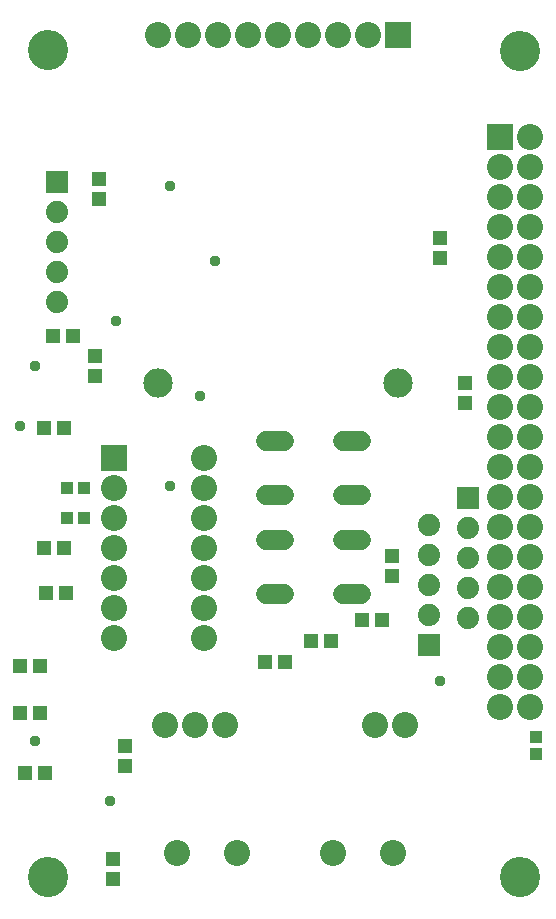
<source format=gbr>
G04 EAGLE Gerber RS-274X export*
G75*
%MOMM*%
%FSLAX34Y34*%
%LPD*%
%INSoldermask Top*%
%IPPOS*%
%AMOC8*
5,1,8,0,0,1.08239X$1,22.5*%
G01*
%ADD10R,1.303200X1.203200*%
%ADD11C,2.203200*%
%ADD12R,1.003200X1.003200*%
%ADD13R,1.203200X1.303200*%
%ADD14C,3.403200*%
%ADD15C,1.727200*%
%ADD16R,1.879600X1.879600*%
%ADD17C,1.879600*%
%ADD18R,2.203200X2.203200*%
%ADD19C,2.489200*%
%ADD20C,0.959600*%


D10*
X104140Y65650D03*
X104140Y48650D03*
D11*
X290619Y70100D03*
X341419Y70100D03*
X158521Y70100D03*
X209321Y70100D03*
X351790Y179070D03*
X326390Y179070D03*
X199390Y179070D03*
X173990Y179070D03*
X148590Y179070D03*
D12*
X462280Y168790D03*
X462280Y153790D03*
D13*
X70730Y508000D03*
X53730Y508000D03*
D14*
X49200Y750000D03*
X49200Y50000D03*
X449200Y50000D03*
X449200Y749200D03*
D13*
X88900Y491100D03*
X88900Y474100D03*
D10*
X47380Y290830D03*
X64380Y290830D03*
D12*
X64890Y354330D03*
X79890Y354330D03*
D15*
X299212Y289814D02*
X314452Y289814D01*
X314452Y335026D02*
X299212Y335026D01*
X249428Y289814D02*
X234188Y289814D01*
X234188Y335026D02*
X249428Y335026D01*
D13*
X63110Y328930D03*
X46110Y328930D03*
D16*
X57150Y638810D03*
D17*
X57150Y613410D03*
X57150Y588010D03*
X57150Y562610D03*
X57150Y537210D03*
D16*
X372110Y246380D03*
D17*
X372110Y271780D03*
X372110Y297180D03*
X372110Y322580D03*
X372110Y347980D03*
D12*
X64890Y379730D03*
X79890Y379730D03*
D13*
X63110Y430530D03*
X46110Y430530D03*
D16*
X405130Y370840D03*
D17*
X405130Y345440D03*
X405130Y320040D03*
X405130Y294640D03*
X405130Y269240D03*
D18*
X431800Y676910D03*
D11*
X457200Y676910D03*
X431800Y651510D03*
X457200Y651510D03*
X431800Y626110D03*
X457200Y626110D03*
X431800Y600710D03*
X457200Y600710D03*
X431800Y575310D03*
X457200Y575310D03*
X431800Y549910D03*
X457200Y549910D03*
X431800Y524510D03*
X457200Y524510D03*
X431800Y499110D03*
X457200Y499110D03*
X431800Y473710D03*
X457200Y473710D03*
X431800Y448310D03*
X457200Y448310D03*
X431800Y422910D03*
X457200Y422910D03*
X431800Y397510D03*
X457200Y397510D03*
X431800Y372110D03*
X457200Y372110D03*
X431800Y346710D03*
X457200Y346710D03*
X431800Y321310D03*
X457200Y321310D03*
X431800Y295910D03*
X457200Y295910D03*
X431800Y270510D03*
X457200Y270510D03*
X431800Y245110D03*
X457200Y245110D03*
X431800Y219710D03*
X457200Y219710D03*
X431800Y194310D03*
X457200Y194310D03*
X320040Y763270D03*
X294640Y763270D03*
X269240Y763270D03*
X243840Y763270D03*
X218440Y763270D03*
X193040Y763270D03*
X167640Y763270D03*
X142240Y763270D03*
D18*
X345440Y763270D03*
D19*
X345440Y468630D03*
X142240Y468630D03*
D11*
X105410Y252730D03*
X105410Y278130D03*
X105410Y303530D03*
X105410Y328930D03*
X105410Y354330D03*
X105410Y379730D03*
D18*
X105410Y405130D03*
D11*
X181610Y252730D03*
X181610Y278130D03*
X181610Y303530D03*
X181610Y328930D03*
X181610Y354330D03*
X181610Y379730D03*
X181610Y405130D03*
D13*
X114300Y143900D03*
X114300Y160900D03*
X232800Y232410D03*
X249800Y232410D03*
X272170Y250190D03*
X289170Y250190D03*
X315350Y267970D03*
X332350Y267970D03*
D10*
X340360Y305190D03*
X340360Y322190D03*
D13*
X42790Y189230D03*
X25790Y189230D03*
X29600Y138430D03*
X46600Y138430D03*
X25790Y228600D03*
X42790Y228600D03*
D10*
X402590Y451240D03*
X402590Y468240D03*
X92710Y623960D03*
X92710Y640960D03*
D15*
X299212Y373634D02*
X314452Y373634D01*
X314452Y418846D02*
X299212Y418846D01*
X249428Y373634D02*
X234188Y373634D01*
X234188Y418846D02*
X249428Y418846D01*
D10*
X381000Y574430D03*
X381000Y591430D03*
D20*
X106680Y520700D03*
X101600Y114300D03*
X38100Y482600D03*
X381000Y215900D03*
X25400Y431800D03*
X152400Y635000D03*
X152400Y381000D03*
X177800Y457200D03*
X190500Y571500D03*
X38100Y165100D03*
M02*

</source>
